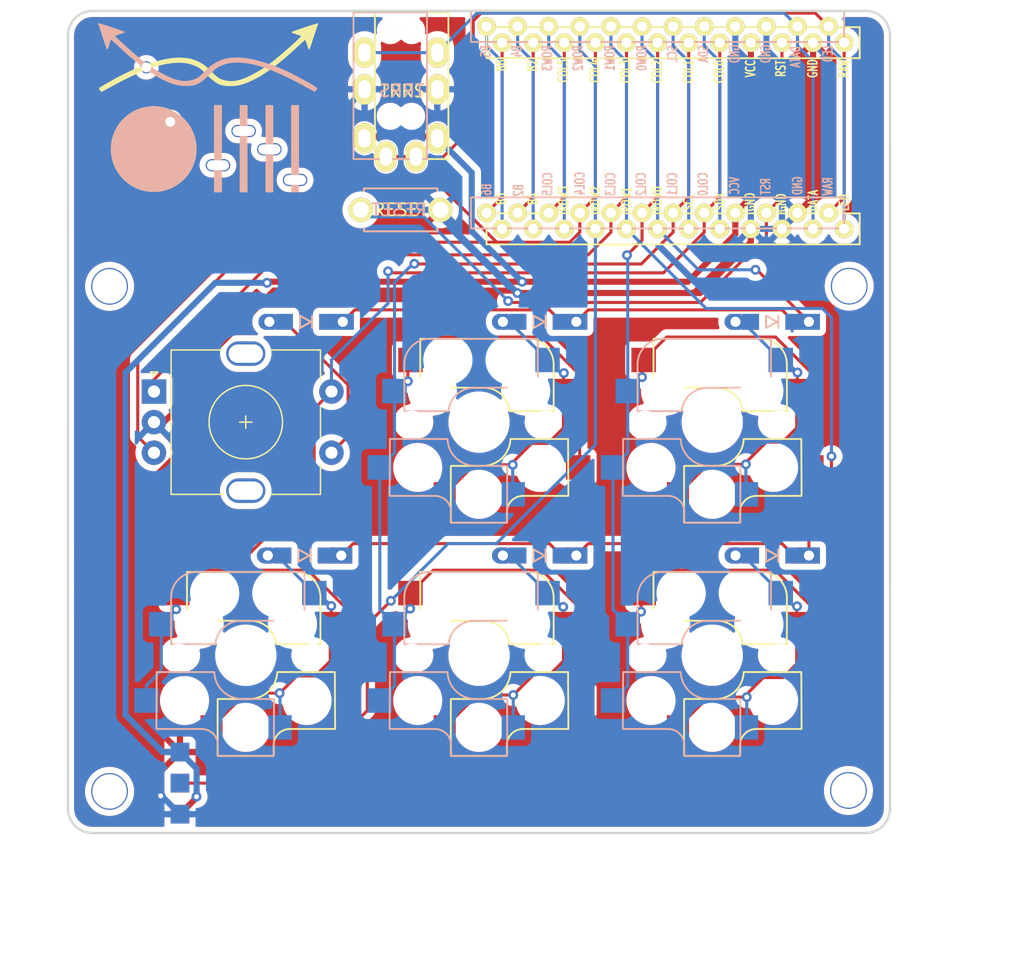
<source format=kicad_pcb>
(kicad_pcb (version 20211014) (generator pcbnew)
  (title_block (title "Seekbar Control Keyboard") (date "2023-12-14"))
  (layers (0 "F.Cu" signal) (31 "B.Cu" signal) (34 "B.Paste" user) (35 "F.Paste" user) (36 "B.SilkS" user "B.Silkscreen") (37 "F.SilkS" user "F.Silkscreen") (38 "B.Mask" user) (39 "F.Mask" user) (44 "Edge.Cuts" user))
  (net 0 "")
  (net 1 "row-0")
  (net 2 "Net-(D1-Pad2)")
  (net 3 "row-1")
  (net 4 "Net-(D2-Pad2)")
  (net 5 "Net-(D3-Pad2)")
  (net 6 "Net-(D4-Pad2)")
  (net 7 "Net-(D5-Pad2)")
  (net 8 "Net-(D6-Pad2)")
  (net 9 "VCC")
  (net 10 "data-TX")
  (net 11 "data-RX")
  (net 12 "GND")
  (net 13 "led-Din")
  (net 14 "col-0")
  (net 15 "rotary-A")
  (net 16 "rotary-B")
  (net 17 "col-1")
  (net 18 "reset")
  (net 19 "col-2")
  (net 20 "unconnected-(U1-Pad24)")
  (net 21 "unconnected-(U1-Pad15)")
  (net 22 "unconnected-(U1-Pad14)")
  (net 23 "unconnected-(U1-Pad13)")
  (net 24 "unconnected-(U1-Pad12)")
  (net 25 "unconnected-(U1-Pad11)")
  (net 26 "unconnected-(U1-Pad10)")
  (net 27 "unconnected-(U1-Pad6)")
  (net 28 "unconnected-(U1-Pad5)")
  (footprint "kbd.pretty:M2_HOLE" (layer "F.Cu") (at 93.445504 98.604499)
    (fp_text reference "REF**" hide)
    (fp_text value "M2_HOLE" hide)
  )
  (footprint "parts:D3_TH_SMD_v3" (layer "F.Cu") (at 87.157504 101.519499 180)
    (fp_text reference "D5" hide)
    (fp_text value "D" hide)
  )
  (footprint "kbd.pretty:MJ-4PP-9" (layer "F.Cu") (at 57.707504 76.219499)
    (fp_text reference "J1")
    (fp_text value "MJ-4PP-9" hide)
  )
  (footprint "kbd.pretty:ResetSW" (layer "F.Cu") (at 56.807504 92.369499 180)
    (fp_text reference "SW5" hide)
    (fp_text value "RESET_SW")
  )
  (footprint "parts:D3_TH_SMD_v3" (layer "F.Cu") (at 68.157504 120.619499 180)
    (fp_text reference "D4" hide)
    (fp_text value "D" hide)
  )
  (footprint "kbd.pretty:CherryMX_Choc_Hotswap" (layer "F.Cu") (at 63.207504 109.719499)
    (fp_text reference "SW3" hide)
    (fp_text value "SW_PUSH" hide)
  )
  (footprint "parts:D3_TH_SMD_v3" (layer "F.Cu") (at 87.157504 120.619499 180)
    (fp_text reference "D6" hide)
    (fp_text value "D" hide)
  )
  (footprint "parts:D3_TH_SMD_v3" (layer "F.Cu") (at 48.957504 120.619499 180)
    (fp_text reference "D2" hide)
    (fp_text value "D" hide)
  )
  (footprint "kbd.pretty:CherryMX_Choc_Hotswap" (layer "F.Cu") (at 82.257504 128.769499)
    (fp_text reference "SW7" hide)
    (fp_text value "SW_PUSH" hide)
  )
  (footprint "kbd.pretty:ProMicro_v2" (layer "F.Cu") (at 78.557504 86.269499 -90)
    (fp_text reference "U1" hide)
    (fp_text value "ProMicro" hide)
  )
  (footprint "kbd.pretty:CherryMX_Choc_Hotswap" (layer "F.Cu") (at 82.257504 109.719499)
    (fp_text reference "SW6" hide)
    (fp_text value "SW_PUSH" hide)
  )
  (footprint "kbd.pretty:M2_HOLE" (layer "F.Cu") (at 33.033004 139.896001)
    (fp_text reference "REF**" hide)
    (fp_text value "M2_HOLE" hide)
  )
  (footprint "parts:D3_TH_SMD_v3" (layer "F.Cu") (at 68.157504 101.519499 180)
    (fp_text reference "D3" hide)
    (fp_text value "D" hide)
  )
  (footprint "kbd.pretty:CherryMX_Choc_Hotswap" (layer "F.Cu") (at 44.157504 128.769499)
    (fp_text reference "SW1" hide)
    (fp_text value "SW_PUSH" hide)
  )
  (footprint "kbd.pretty:M2_HOLE" (layer "F.Cu") (at 93.384004 139.819499)
    (fp_text reference "REF**" hide)
    (fp_text value "M2_HOLE" hide)
  )
  (footprint "kbd.pretty:StripLED_rev" (layer "F.Cu") (at 38.784004 136.679499)
    (fp_text reference "J2" hide)
    (fp_text value "LED" hide)
  )
  (footprint "logo.pretty:SCK-logo" (layer "F.Cu") (at 41.034071 83.874503)
    (fp_text reference "REF**" hide)
    (fp_text value "SCK-logo" hide)
  )
  (footprint "kbd.pretty:CherryMX_Choc_Hotswap" (layer "F.Cu") (at 63.207504 128.769499)
    (fp_text reference "SW4" hide)
    (fp_text value "SW_PUSH" hide)
  )
  (footprint "parts:D3_TH_SMD_v3" (layer "F.Cu") (at 49.082504 101.519499 180)
    (fp_text reference "D1" hide)
    (fp_text value "D" hide)
  )
  (footprint "Keebio-Parts.pretty:RotaryEncoder_EC11" (layer "F.Cu") (at 44.157504 109.719499)
    (fp_text reference "SW2")
    (fp_text value "RotaryEncoder_Switch")
  )
  (footprint "kbd.pretty:M2_HOLE" (layer "F.Cu") (at 33.033004 98.619499)
    (fp_text reference "REF**" hide)
    (fp_text value "M2_HOLE" hide)
  )
  (gr_line (start 30.454504 76.488497) (end 30.454504 76.488497) (layer "Edge.Cuts") (width 0.188976))
  (gr_line (start 95.399501 143.196493) (end 95.399501 143.196493) (layer "Edge.Cuts") (width 0.188976))
  (gr_line (start 30.722504 76.324497) (end 30.864504 76.259497) (layer "Edge.Cuts") (width 0.188976))
  (gr_line (start 30.011504 142.469496) (end 29.924504 142.338499) (layer "Edge.Cuts") (width 0.188976))
  (gr_line (start 96.079501 142.814497) (end 96.079501 142.814497) (layer "Edge.Cuts") (width 0.188976))
  (gr_line (start 31.473504 143.287497) (end 31.317504 143.269499) (layer "Edge.Cuts") (width 0.188976))
  (gr_line (start 95.956507 142.912497) (end 95.956507 142.912497) (layer "Edge.Cuts") (width 0.188976))
  (gr_line (start 31.163504 76.162497) (end 31.317504 76.131497) (layer "Edge.Cuts") (width 0.188976))
  (gr_line (start 96.756503 77.794497) (end 96.756503 77.794497) (layer "Edge.Cuts") (width 0.188976))
  (gr_line (start 31.163504 143.238501) (end 31.011504 143.196493) (layer "Edge.Cuts") (width 0.188976))
  (gr_line (start 29.727504 77.488497) (end 29.782504 77.341497) (layer "Edge.Cuts") (width 0.188976))
  (gr_line (start 96.780505 78.107497) (end 96.781504 141.294501) (layer "Edge.Cuts") (width 0.188976))
  (gr_line (start 95.546504 76.259497) (end 95.546504 76.259497) (layer "Edge.Cuts") (width 0.188976))
  (gr_line (start 96.781504 141.294501) (end 96.774501 141.450499) (layer "Edge.Cuts") (width 0.188976))
  (gr_line (start 31.163504 76.162497) (end 31.163504 76.162497) (layer "Edge.Cuts") (width 0.188976))
  (gr_line (start 31.011504 143.196493) (end 30.864504 143.141501) (layer "Edge.Cuts") (width 0.188976))
  (gr_line (start 96.725505 141.760496) (end 96.725505 141.760496) (layer "Edge.Cuts") (width 0.188976))
  (gr_line (start 96.301501 76.808497) (end 96.301501 76.808497) (layer "Edge.Cuts") (width 0.188976))
  (gr_line (start 29.629504 141.294501) (end 29.629504 141.294501) (layer "Edge.Cuts") (width 0.188976))
  (gr_line (start 29.630504 78.107497) (end 29.630504 78.107497) (layer "Edge.Cuts") (width 0.188976))
  (gr_line (start 29.847504 77.199497) (end 29.847504 77.199497) (layer "Edge.Cuts") (width 0.188976))
  (gr_line (start 29.654504 77.794497) (end 29.654504 77.794497) (layer "Edge.Cuts") (width 0.188976))
  (gr_line (start 29.847504 77.199497) (end 29.924504 77.062497) (layer "Edge.Cuts") (width 0.188976))
  (gr_line (start 94.937503 143.287497) (end 94.937503 143.287497) (layer "Edge.Cuts") (width 0.188976))
  (gr_line (start 95.2475 76.162497) (end 95.399501 76.204497) (layer "Edge.Cuts") (width 0.188976))
  (gr_line (start 29.636504 141.450499) (end 29.629504 141.294501) (layer "Edge.Cuts") (width 0.188976))
  (gr_line (start 29.685504 141.760496) (end 29.685504 141.760496) (layer "Edge.Cuts") (width 0.188976))
  (gr_line (start 96.195506 142.708494) (end 96.079501 142.814497) (layer "Edge.Cuts") (width 0.188976))
  (gr_line (start 31.473504 143.287497) (end 31.473504 143.287497) (layer "Edge.Cuts") (width 0.188976))
  (gr_line (start 30.011504 76.931497) (end 30.011504 76.931497) (layer "Edge.Cuts") (width 0.188976))
  (gr_line (start 30.011504 142.469496) (end 30.011504 142.469496) (layer "Edge.Cuts") (width 0.188976))
  (gr_line (start 29.782504 142.0595) (end 29.782504 142.0595) (layer "Edge.Cuts") (width 0.188976))
  (gr_line (start 31.317504 143.269499) (end 31.317504 143.269499) (layer "Edge.Cuts") (width 0.188976))
  (gr_line (start 30.331504 142.814497) (end 30.331504 142.814497) (layer "Edge.Cuts") (width 0.188976))
  (gr_line (start 31.011504 76.204497) (end 31.163504 76.162497) (layer "Edge.Cuts") (width 0.188976))
  (gr_line (start 96.628505 77.341497) (end 96.683505 77.488497) (layer "Edge.Cuts") (width 0.188976))
  (gr_line (start 30.215504 142.708494) (end 30.215504 142.708494) (layer "Edge.Cuts") (width 0.188976))
  (gr_line (start 95.2475 143.238501) (end 95.093501 143.269499) (layer "Edge.Cuts") (width 0.188976))
  (gr_line (start 29.847504 142.201498) (end 29.782504 142.0595) (layer "Edge.Cuts") (width 0.188976))
  (gr_line (start 29.654504 141.606497) (end 29.636504 141.450499) (layer "Edge.Cuts") (width 0.188976))
  (gr_line (start 96.683505 77.488497) (end 96.725505 77.640497) (layer "Edge.Cuts") (width 0.188976))
  (gr_line (start 96.486506 142.338499) (end 96.486506 142.338499) (layer "Edge.Cuts") (width 0.188976))
  (gr_line (start 96.683505 77.488497) (end 96.683505 77.488497) (layer "Edge.Cuts") (width 0.188976))
  (gr_line (start 30.864504 143.141501) (end 30.722504 143.076498) (layer "Edge.Cuts") (width 0.188976))
  (gr_line (start 95.399501 76.204497) (end 95.546504 76.259497) (layer "Edge.Cuts") (width 0.188976))
  (gr_line (start 30.331504 142.814497) (end 30.215504 142.708494) (layer "Edge.Cuts") (width 0.188976))
  (gr_line (start 96.683505 141.912497) (end 96.628505 142.0595) (layer "Edge.Cuts") (width 0.188976))
  (gr_line (start 30.585504 142.999495) (end 30.454504 142.912497) (layer "Edge.Cuts") (width 0.188976))
  (gr_line (start 96.628505 142.0595) (end 96.563502 142.201498) (layer "Edge.Cuts") (width 0.188976))
  (gr_line (start 96.399501 76.931497) (end 96.399501 76.931497) (layer "Edge.Cuts") (width 0.188976))
  (gr_line (start 96.628505 142.0595) (end 96.628505 142.0595) (layer "Edge.Cuts") (width 0.188976))
  (gr_line (start 95.546504 143.141501) (end 95.399501 143.196493) (layer "Edge.Cuts") (width 0.188976))
  (gr_line (start 30.109504 76.808497) (end 30.215504 76.692497) (layer "Edge.Cuts") (width 0.188976))
  (gr_line (start 30.454504 76.488497) (end 30.585504 76.401497) (layer "Edge.Cuts") (width 0.188976))
  (gr_line (start 31.630504 143.294501) (end 31.630504 143.294501) (layer "Edge.Cuts") (width 0.188976))
  (gr_line (start 95.2475 143.238501) (end 95.2475 143.238501) (layer "Edge.Cuts") (width 0.188976))
  (gr_line (start 96.628505 77.341497) (end 96.628505 77.341497) (layer "Edge.Cuts") (width 0.188976))
  (gr_line (start 96.774501 77.950497) (end 96.780505 78.107497) (layer "Edge.Cuts") (width 0.188976))
  (gr_line (start 29.782504 77.341497) (end 29.847504 77.199497) (layer "Edge.Cuts") (width 0.188976))
  (gr_line (start 31.163504 143.238501) (end 31.163504 143.238501) (layer "Edge.Cuts") (width 0.188976))
  (gr_line (start 95.825503 76.401497) (end 95.956507 76.488497) (layer "Edge.Cuts") (width 0.188976))
  (gr_line (start 95.546504 143.141501) (end 95.546504 143.141501) (layer "Edge.Cuts") (width 0.188976))
  (gr_line (start 96.780505 78.107497) (end 96.780505 78.107497) (layer "Edge.Cuts") (width 0.188976))
  (gr_line (start 31.011504 76.204497) (end 31.011504 76.204497) (layer "Edge.Cuts") (width 0.188976))
  (gr_line (start 29.924504 142.338499) (end 29.847504 142.201498) (layer "Edge.Cuts") (width 0.188976))
  (gr_line (start 30.109504 142.592497) (end 30.011504 142.469496) (layer "Edge.Cuts") (width 0.188976))
  (gr_line (start 95.093501 76.131497) (end 95.2475 76.162497) (layer "Edge.Cuts") (width 0.188976))
  (gr_line (start 95.956507 142.912497) (end 95.825503 142.999495) (layer "Edge.Cuts") (width 0.188976))
  (gr_line (start 29.629504 141.294501) (end 29.630504 78.107497) (layer "Edge.Cuts") (width 0.188976))
  (gr_line (start 96.774501 141.450499) (end 96.756503 141.606497) (layer "Edge.Cuts") (width 0.188976))
  (gr_line (start 96.399501 76.931497) (end 96.486506 77.062497) (layer "Edge.Cuts") (width 0.188976))
  (gr_line (start 30.864504 143.141501) (end 30.864504 143.141501) (layer "Edge.Cuts") (width 0.188976))
  (gr_line (start 96.195506 76.692497) (end 96.301501 76.808497) (layer "Edge.Cuts") (width 0.188976))
  (gr_line (start 31.630504 143.294501) (end 31.473504 143.287497) (layer "Edge.Cuts") (width 0.188976))
  (gr_line (start 29.782504 77.341497) (end 29.782504 77.341497) (layer "Edge.Cuts") (width 0.188976))
  (gr_line (start 29.636504 77.950497) (end 29.636504 77.950497) (layer "Edge.Cuts") (width 0.188976))
  (gr_line (start 29.924504 142.338499) (end 29.924504 142.338499) (layer "Edge.Cuts") (width 0.188976))
  (gr_line (start 30.864504 76.259497) (end 30.864504 76.259497) (layer "Edge.Cuts") (width 0.188976))
  (gr_line (start 95.956507 76.488497) (end 95.956507 76.488497) (layer "Edge.Cuts") (width 0.188976))
  (gr_line (start 30.722504 143.076498) (end 30.722504 143.076498) (layer "Edge.Cuts") (width 0.188976))
  (gr_line (start 96.756503 77.794497) (end 96.774501 77.950497) (layer "Edge.Cuts") (width 0.188976))
  (gr_line (start 29.654504 141.606497) (end 29.654504 141.606497) (layer "Edge.Cuts") (width 0.188976))
  (gr_line (start 29.636504 77.950497) (end 29.654504 77.794497) (layer "Edge.Cuts") (width 0.188976))
  (gr_line (start 29.727504 77.488497) (end 29.727504 77.488497) (layer "Edge.Cuts") (width 0.188976))
  (gr_line (start 96.774501 141.450499) (end 96.774501 141.450499) (layer "Edge.Cuts") (width 0.188976))
  (gr_line (start 30.722504 76.324497) (end 30.722504 76.324497) (layer "Edge.Cuts") (width 0.188976))
  (gr_line (start 96.756503 141.606497) (end 96.725505 141.760496) (layer "Edge.Cuts") (width 0.188976))
  (gr_line (start 29.685504 77.640497) (end 29.685504 77.640497) (layer "Edge.Cuts") (width 0.188976))
  (gr_line (start 30.109504 76.808497) (end 30.109504 76.808497) (layer "Edge.Cuts") (width 0.188976))
  (gr_line (start 94.781504 143.293493) (end 94.781504 143.293493) (layer "Edge.Cuts") (width 0.188976))
  (gr_line (start 96.725505 77.640497) (end 96.725505 77.640497) (layer "Edge.Cuts") (width 0.188976))
  (gr_line (start 29.727504 141.912497) (end 29.727504 141.912497) (layer "Edge.Cuts") (width 0.188976))
  (gr_line (start 29.782504 142.0595) (end 29.727504 141.912497) (layer "Edge.Cuts") (width 0.188976))
  (gr_line (start 96.301501 142.592497) (end 96.301501 142.592497) (layer "Edge.Cuts") (width 0.188976))
  (gr_line (start 96.756503 141.606497) (end 96.756503 141.606497) (layer "Edge.Cuts") (width 0.188976))
  (gr_line (start 95.688502 76.324497) (end 95.825503 76.401497) (layer "Edge.Cuts") (width 0.188976))
  (gr_line (start 30.722504 143.076498) (end 30.585504 142.999495) (layer "Edge.Cuts") (width 0.188976))
  (gr_line (start 94.937503 76.113497) (end 94.937503 76.113497) (layer "Edge.Cuts") (width 0.188976))
  (gr_line (start 29.924504 77.062497) (end 30.011504 76.931497) (layer "Edge.Cuts") (width 0.188976))
  (gr_line (start 96.563502 142.201498) (end 96.563502 142.201498) (layer "Edge.Cuts") (width 0.188976))
  (gr_line (start 95.093501 143.269499) (end 95.093501 143.269499) (layer "Edge.Cuts") (width 0.188976))
  (gr_line (start 96.725505 77.640497) (end 96.756503 77.794497) (layer "Edge.Cuts") (width 0.188976))
  (gr_line (start 30.215504 76.692497) (end 30.331504 76.586497) (layer "Edge.Cuts") (width 0.188976))
  (gr_line (start 30.331504 76.586497) (end 30.454504 76.488497) (layer "Edge.Cuts") (width 0.188976))
  (gr_line (start 30.215504 142.708494) (end 30.109504 142.592497) (layer "Edge.Cuts") (width 0.188976))
  (gr_line (start 31.317504 143.269499) (end 31.163504 143.238501) (layer "Edge.Cuts") (width 0.188976))
  (gr_line (start 95.688502 143.076498) (end 95.688502 143.076498) (layer "Edge.Cuts") (width 0.188976))
  (gr_line (start 96.683505 141.912497) (end 96.683505 141.912497) (layer "Edge.Cuts") (width 0.188976))
  (gr_line (start 96.079501 142.814497) (end 95.956507 142.912497) (layer "Edge.Cuts") (width 0.188976))
  (gr_line (start 96.486506 77.062497) (end 96.486506 77.062497) (layer "Edge.Cuts") (width 0.188976))
  (gr_line (start 94.937503 76.113497) (end 95.093501 76.131497) (layer "Edge.Cuts") (width 0.188976))
  (gr_line (start 31.473504 76.113497) (end 31.630504 76.106497) (layer "Edge.Cuts") (width 0.188976))
  (gr_line (start 31.011504 143.196493) (end 31.011504 143.196493) (layer "Edge.Cuts") (width 0.188976))
  (gr_line (start 96.301501 142.592497) (end 96.195506 142.708494) (layer "Edge.Cuts") (width 0.188976))
  (gr_line (start 31.317504 76.131497) (end 31.317504 76.131497) (layer "Edge.Cuts") (width 0.188976))
  (gr_line (start 30.864504 76.259497) (end 31.011504 76.204497) (layer "Edge.Cuts") (width 0.188976))
  (gr_line (start 94.781504 76.107497) (end 94.937503 76.113497) (layer "Edge.Cuts") (width 0.188976))
  (gr_line (start 29.630504 78.107497) (end 29.636504 77.950497) (layer "Edge.Cuts") (width 0.188976))
  (gr_line (start 94.937503 143.287497) (end 94.781504 143.293493) (layer "Edge.Cuts") (width 0.188976))
  (gr_line (start 96.399501 142.469496) (end 96.399501 142.469496) (layer "Edge.Cuts") (width 0.188976))
  (gr_line (start 96.774501 77.950497) (end 96.774501 77.950497) (layer "Edge.Cuts") (width 0.188976))
  (gr_line (start 95.688502 76.324497) (end 95.688502 76.324497) (layer "Edge.Cuts") (width 0.188976))
  (gr_line (start 96.563502 77.199497) (end 96.563502 77.199497) (layer "Edge.Cuts") (width 0.188976))
  (gr_line (start 30.109504 142.592497) (end 30.109504 142.592497) (layer "Edge.Cuts") (width 0.188976))
  (gr_line (start 31.630504 76.106497) (end 31.630504 76.106497) (layer "Edge.Cuts") (width 0.188976))
  (gr_line (start 95.688502 143.076498) (end 95.546504 143.141501) (layer "Edge.Cuts") (width 0.188976))
  (gr_line (start 96.725505 141.760496) (end 96.683505 141.912497) (layer "Edge.Cuts") (width 0.188976))
  (gr_line (start 96.301501 76.808497) (end 96.399501 76.931497) (layer "Edge.Cuts") (width 0.188976))
  (gr_line (start 29.924504 77.062497) (end 29.924504 77.062497) (layer "Edge.Cuts") (width 0.188976))
  (gr_line (start 30.215504 76.692497) (end 30.215504 76.692497) (layer "Edge.Cuts") (width 0.188976))
  (gr_line (start 30.585504 142.999495) (end 30.585504 142.999495) (layer "Edge.Cuts") (width 0.188976))
  (gr_line (start 29.847504 142.201498) (end 29.847504 142.201498) (layer "Edge.Cuts") (width 0.188976))
  (gr_line (start 30.454504 142.912497) (end 30.331504 142.814497) (layer "Edge.Cuts") (width 0.188976))
  (gr_line (start 30.585504 76.401497) (end 30.722504 76.324497) (layer "Edge.Cuts") (width 0.188976))
  (gr_line (start 95.825503 142.999495) (end 95.825503 142.999495) (layer "Edge.Cuts") (width 0.188976))
  (gr_line (start 95.956507 76.488497) (end 96.079501 76.586497) (layer "Edge.Cuts") (width 0.188976))
  (gr_line (start 96.781504 141.294501) (end 96.781504 141.294501) (layer "Edge.Cuts") (width 0.188976))
  (gr_line (start 31.473504 76.113497) (end 31.473504 76.113497) (layer "Edge.Cuts") (width 0.188976))
  (gr_line (start 96.486506 77.062497) (end 96.563502 77.199497) (layer "Edge.Cuts") (width 0.188976))
  (gr_line (start 96.079501 76.586497) (end 96.195506 76.692497) (layer "Edge.Cuts") (width 0.188976))
  (gr_line (start 29.685504 141.760496) (end 29.654504 141.606497) (layer "Edge.Cuts") (width 0.188976))
  (gr_line (start 29.727504 141.912497) (end 29.685504 141.760496) (layer "Edge.Cuts") (width 0.188976))
  (gr_line (start 29.685504 77.640497) (end 29.727504 77.488497) (layer "Edge.Cuts") (width 0.188976))
  (gr_line (start 95.546504 76.259497) (end 95.688502 76.324497) (layer "Edge.Cuts") (width 0.188976))
  (gr_line (start 30.454504 142.912497) (end 30.454504 142.912497) (layer "Edge.Cuts") (width 0.188976))
  (gr_line (start 95.399501 143.196493) (end 95.2475 143.238501) (layer "Edge.Cuts") (width 0.188976))
  (gr_line (start 96.195506 142.708494) (end 96.195506 142.708494) (layer "Edge.Cuts") (width 0.188976))
  (gr_line (start 31.317504 76.131497) (end 31.473504 76.113497) (layer "Edge.Cuts") (width 0.188976))
  (gr_line (start 95.093501 143.269499) (end 94.937503 143.287497) (layer "Edge.Cuts") (width 0.188976))
  (gr_line (start 94.781504 143.293493) (end 31.630504 143.294501) (layer "Edge.Cuts") (width 0.188976))
  (gr_line (start 96.399501 142.469496) (end 96.301501 142.592497) (layer "Edge.Cuts") (width 0.188976))
  (gr_line (start 95.093501 76.131497) (end 95.093501 76.131497) (layer "Edge.Cuts") (width 0.188976))
  (gr_line (start 30.331504 76.586497) (end 30.331504 76.586497) (layer "Edge.Cuts") (width 0.188976))
  (gr_line (start 29.636504 141.450499) (end 29.636504 141.450499) (layer "Edge.Cuts") (width 0.188976))
  (gr_line (start 95.825503 76.401497) (end 95.825503 76.401497) (layer "Edge.Cuts") (width 0.188976))
  (gr_line (start 95.825503 142.999495) (end 95.688502 143.076498) (layer "Edge.Cuts") (width 0.188976))
  (gr_line (start 95.2475 76.162497) (end 95.2475 76.162497) (layer "Edge.Cuts") (width 0.188976))
  (gr_line (start 30.585504 76.401497) (end 30.585504 76.401497) (layer "Edge.Cuts") (width 0.188976))
  (gr_line (start 29.654504 77.794497) (end 29.685504 77.640497) (layer "Edge.Cuts") (width 0.188976))
  (gr_line (start 30.011504 76.931497) (end 30.109504 76.808497) (layer "Edge.Cuts") (width 0.188976))
  (gr_line (start 96.563502 77.199497) (end 96.628505 77.341497) (layer "Edge.Cuts") (width 0.188976))
  (gr_line (start 96.195506 76.692497) (end 96.195506 76.692497) (layer "Edge.Cuts") (width 0.188976))
  (gr_line (start 96.486506 142.338499) (end 96.399501 142.469496) (layer "Edge.Cuts") (width 0.188976))
  (gr_line (start 96.563502 142.201498) (end 96.486506 142.338499) (layer "Edge.Cuts") (width 0.188976))
  (gr_line (start 96.079501 76.586497) (end 96.079501 76.586497) (layer "Edge.Cuts") (width 0.188976))
  (gr_line (start 95.399501 76.204497) (end 95.399501 76.204497) (layer "Edge.Cuts") (width 0.188976))
  (gr_line (start 31.630504 76.106497) (end 94.781504 76.107497) (layer "Edge.Cuts") (width 0.188976))
  (segment (start 69.932504 101.519499) (end 68.957993 100.544988) (width 0.25) (layer "F.Cu") (net 1))
  (segment (start 53.057015 100.544988) (end 52.082504 101.519499) (width 0.25) (layer "F.Cu") (net 1))
  (segment (start 72.132024 100.544979) (end 71.157504 101.519499) (width 0.25) (layer "F.Cu") (net 1))
  (segment (start 85.787504 97.269499) (end 85.837504 97.319499) (width 0.25) (layer "F.Cu") (net 1))
  (segment (start 88.932504 101.519499) (end 87.957984 100.544979) (width 0.25) (layer "F.Cu") (net 1))
  (segment (start 71.157504 101.519499) (end 69.932504 101.519499) (width 0.25) (layer "F.Cu") (net 1))
  (segment (start 90.157504 101.519499) (end 88.932504 101.519499) (width 0.25) (layer "F.Cu") (net 1))
  (segment (start 85.837504 97.319499) (end 85.957504 97.319499) (width 0.25) (layer "F.Cu") (net 1))
  (segment (start 85.957504 97.319499) (end 90.157504 101.519499) (width 0.25) (layer "F.Cu") (net 1))
  (segment (start 68.957993 100.544988) (end 53.057015 100.544988) (width 0.25) (layer "F.Cu") (net 1))
  (segment (start 87.957984 100.544979) (end 72.132024 100.544979) (width 0.25) (layer "F.Cu") (net 1))
  (segment (start 52.082504 101.519499) (end 50.857504 101.519499) (width 0.25) (layer "F.Cu") (net 1))
  (via (at 85.787504 97.269499) (size 0.8) (drill 0.4) (layers "F.Cu" "B.Cu") (net 1))
  (segment (start 77.795504 93.925899) (end 77.795504 80.242459) (width 0.25) (layer "B.Cu") (net 1))
  (segment (start 81.139104 97.269499) (end 77.795504 93.925899) (width 0.25) (layer "B.Cu") (net 1))
  (segment (start 76.525504 78.972459) (end 76.525504 77.379499) (width 0.25) (layer "B.Cu") (net 1))
  (segment (start 77.795504 80.242459) (end 76.525504 78.972459) (width 0.25) (layer "B.Cu") (net 1))
  (segment (start 88.784004 102.281259) (end 88.784004 102.219499) (width 0.25) (layer "B.Cu") (net 1))
  (segment (start 85.787504 97.269499) (end 81.139104 97.269499) (width 0.25) (layer "B.Cu") (net 1))
  (segment (start 52.514004 110.862999) (end 51.157504 112.219499) (width 0.25) (layer "F.Cu") (net 2))
  (segment (start 47.357504 101.519499) (end 52.514004 106.675999) (width 0.25) (layer "F.Cu") (net 2))
  (segment (start 52.514004 106.675999) (end 52.514004 110.862999) (width 0.25) (layer "F.Cu") (net 2))
  (segment (start 47.307504 101.519499) (end 47.357504 101.519499) (width 0.25) (layer "F.Cu") (net 2))
  (segment (start 46.637504 101.519499) (end 46.082504 101.519499) (width 0.25) (layer "B.Cu") (net 2))
  (segment (start 91.997504 112.509499) (end 91.997504 114.428521) (width 0.25) (layer "F.Cu") (net 3))
  (segment (start 69.932504 120.619499) (end 68.957993 119.644988) (width 0.25) (layer "F.Cu") (net 3))
  (segment (start 72.132024 119.644979) (end 71.157504 120.619499) (width 0.25) (layer "F.Cu") (net 3))
  (segment (start 91.997504 114.428521) (end 90.157504 116.268521) (width 0.25) (layer "F.Cu") (net 3))
  (segment (start 68.957993 119.644988) (end 52.932015 119.644988) (width 0.25) (layer "F.Cu") (net 3))
  (segment (start 87.957984 119.644979) (end 72.132024 119.644979) (width 0.25) (layer "F.Cu") (net 3))
  (segment (start 52.932015 119.644988) (end 51.957504 120.619499) (width 0.25) (layer "F.Cu") (net 3))
  (segment (start 88.932504 120.619499) (end 87.957984 119.644979) (width 0.25) (layer "F.Cu") (net 3))
  (segment (start 50.732504 120.619499) (end 51.957504 120.619499) (width 0.25) (layer "F.Cu") (net 3))
  (segment (start 90.157504 116.268521) (end 90.157504 120.619499) (width 0.25) (layer "F.Cu") (net 3))
  (via (at 91.997504 112.509499) (size 0.8) (drill 0.4) (layers "F.Cu" "B.Cu") (net 3))
  (segment (start 91.255037 100.42901) (end 91.997504 101.171477) (width 0.25) (layer "B.Cu") (net 3))
  (segment (start 73.985504 78.972459) (end 73.985504 77.379499) (width 0.25) (layer "B.Cu") (net 3))
  (segment (start 81.758615 100.42901) (end 91.255037 100.42901) (width 0.25) (layer "B.Cu") (net 3))
  (segment (start 75.255504 93.925899) (end 75.255504 80.242459) (width 0.25) (layer "B.Cu") (net 3))
  (segment (start 75.255504 93.925899) (end 81.758615 100.42901) (width 0.25) (layer "B.Cu") (net 3))
  (segment (start 75.255504 80.242459) (end 73.985504 78.972459) (width 0.25) (layer "B.Cu") (net 3))
  (segment (start 91.997504 112.509499) (end 91.995493 112.507488) (width 0.25) (layer "B.Cu") (net 3))
  (segment (start 91.997504 101.171477) (end 91.997504 112.509499) (width 0.25) (layer "B.Cu") (net 3))
  (segment (start 51.141705 126.145298) (end 51.057504 126.229499) (width 0.25) (layer "F.Cu") (net 4))
  (segment (start 51.141705 124.741798) (end 51.141705 126.145298) (width 0.25) (layer "F.Cu") (net 4))
  (segment (start 41.357504 134.669499) (end 44.160194 131.866809) (width 0.25) (layer "F.Cu") (net 4))
  (segment (start 44.160194 131.866809) (end 46.922697 131.866809) (width 0.25) (layer "F.Cu") (net 4))
  (segment (start 51.057504 126.229499) (end 51.057504 129.242656) (width 0.25) (layer "F.Cu") (net 4))
  (segment (start 51.057504 129.242656) (end 49.840661 130.459499) (width 0.25) (layer "F.Cu") (net 4))
  (segment (start 49.840661 130.459499) (end 48.330007 130.459499) (width 0.25) (layer "F.Cu") (net 4))
  (segment (start 48.330007 130.459499) (end 46.922697 131.866809) (width 0.25) (layer "F.Cu") (net 4))
  (via (at 46.922697 131.866809) (size 0.8) (drill 0.4) (layers "F.Cu" "B.Cu") (net 4))
  (via (at 51.141705 124.741798) (size 0.8) (drill 0.4) (layers "F.Cu" "B.Cu") (net 4))
  (segment (start 46.957504 131.901616) (end 46.957504 134.669499) (width 0.25) (layer "B.Cu") (net 4))
  (segment (start 49.757504 123.689499) (end 50.089406 123.689499) (width 0.25) (layer "B.Cu") (net 4))
  (segment (start 50.089406 123.689499) (end 51.141705 124.741798) (width 0.25) (layer "B.Cu") (net 4))
  (segment (start 46.687504 120.619499) (end 49.757504 123.689499) (width 0.25) (layer "B.Cu") (net 4))
  (segment (start 45.957504 120.619499) (end 46.827504 120.619499) (width 0.25) (layer "B.Cu") (net 4))
  (segment (start 46.922697 131.866809) (end 46.957504 131.901616) (width 0.25) (layer "B.Cu") (net 4))
  (segment (start 45.957504 120.619499) (end 46.687504 120.619499) (width 0.25) (layer "B.Cu") (net 4))
  (segment (start 65.962488 113.207222) (end 62.819781 113.207222) (width 0.25) (layer "F.Cu") (net 5))
  (segment (start 62.819781 113.207222) (end 60.407504 115.619499) (width 0.25) (layer "F.Cu") (net 5))
  (segment (start 70.107504 105.739499) (end 70.137504 105.709499) (width 0.25) (layer "F.Cu") (net 5))
  (segment (start 67.507504 111.459499) (end 65.962488 113.004515) (width 0.25) (layer "F.Cu") (net 5))
  (segment (start 68.840661 111.459499) (end 67.507504 111.459499) (width 0.25) (layer "F.Cu") (net 5))
  (segment (start 70.107504 107.179499) (end 70.107504 110.192656) (width 0.25) (layer "F.Cu") (net 5))
  (segment (start 70.107504 110.192656) (end 68.840661 111.459499) (width 0.25) (layer "F.Cu") (net 5))
  (segment (start 65.962488 113.004515) (end 65.962488 113.207222) (width 0.25) (layer "F.Cu") (net 5))
  (segment (start 70.107504 107.179499) (end 70.107504 105.739499) (width 0.25) (layer "F.Cu") (net 5))
  (via (at 70.137504 105.709499) (size 0.8) (drill 0.4) (layers "F.Cu" "B.Cu") (net 5))
  (via (at 65.962488 113.207222) (size 0.8) (drill 0.4) (layers "F.Cu" "B.Cu") (net 5))
  (segment (start 65.962488 115.574483) (end 66.007504 115.619499) (width 0.25) (layer "B.Cu") (net 5))
  (segment (start 65.687504 101.519499) (end 65.157504 101.519499) (width 0.25) (layer "B.Cu") (net 5))
  (segment (start 65.962488 113.207222) (end 65.962488 115.574483) (width 0.25) (layer "B.Cu") (net 5))
  (segment (start 70.137504 105.709499) (end 69.877504 105.709499) (width 0.25) (layer "B.Cu") (net 5))
  (segment (start 69.877504 105.709499) (end 68.807504 104.639499) (width 0.25) (layer "B.Cu") (net 5))
  (segment (start 68.807504 104.639499) (end 65.687504 101.519499) (width 0.25) (layer "B.Cu") (net 5))
  (segment (start 67.733433 130.292596) (end 66.006331 132.019698) (width 0.25) (layer "F.Cu") (net 6))
  (segment (start 69.057564 130.292596) (end 67.733433 130.292596) (width 0.25) (layer "F.Cu") (net 6))
  (segment (start 63.057305 132.019698) (end 60.407504 134.669499) (width 0.25) (layer "F.Cu") (net 6))
  (segment (start 70.107504 126.229499) (end 70.107504 124.839499) (width 0.25) (layer "F.Cu") (net 6))
  (segment (start 70.107504 129.242656) (end 69.057564 130.292596) (width 0.25) (layer "F.Cu") (net 6))
  (segment (start 66.006331 132.019698) (end 63.057305 132.019698) (width 0.25) (layer "F.Cu") (net 6))
  (segment (start 70.107504 126.229499) (end 70.107504 129.242656) (width 0.25) (layer "F.Cu") (net 6))
  (segment (start 70.107504 124.839499) (end 70.087504 124.819499) (width 0.25) (layer "F.Cu") (net 6))
  (via (at 70.087504 124.819499) (size 0.8) (drill 0.4) (layers "F.Cu" "B.Cu") (net 6))
  (via (at 66.006331 132.019698) (size 0.8) (drill 0.4) (layers "F.Cu" "B.Cu") (net 6))
  (segment (start 68.807504 123.689499) (end 65.737504 120.619499) (width 0.25) (layer "B.Cu") (net 6))
  (segment (start 66.006331 132.019698) (end 66.007504 132.020871) (width 0.25) (layer "B.Cu") (net 6))
  (segment (start 66.007504 132.020871) (end 66.007504 134.669499) (width 0.25) (layer "B.Cu") (net 6))
  (segment (start 70.087504 124.819499) (end 69.937504 124.819499) (width 0.25) (layer "B.Cu") (net 6))
  (segment (start 69.937504 124.819499) (end 68.807504 123.689499) (width 0.25) (layer "B.Cu") (net 6))
  (segment (start 65.737504 120.619499) (end 65.157504 120.619499) (width 0.25) (layer "B.Cu") (net 6))
  (segment (start 88.000661 111.349499) (end 86.67653 111.349499) (width 0.25) (layer "F.Cu") (net 7))
  (segment (start 89.157504 110.192656) (end 88.000661 111.349499) (width 0.25) (layer "F.Cu") (net 7))
  (segment (start 85.007504 113.018525) (end 85.007504 113.169499) (width 0.25) (layer "F.Cu") (net 7))
  (segment (start 89.217504 105.659499) (end 89.217504 107.119499) (width 0.25) (layer "F.Cu") (net 7))
  (segment (start 86.67653 111.349499) (end 85.007504 113.018525) (width 0.25) (layer "F.Cu") (net 7))
  (segment (start 85.007504 113.169499) (end 81.907504 113.169499) (width 0.25) (layer "F.Cu") (net 7))
  (segment (start 81.907504 113.169499) (end 79.457504 115.619499) (width 0.25) (layer "F.Cu") (net 7))
  (segment (start 89.217504 107.119499) (end 89.157504 107.179499) (width 0.25) (layer "F.Cu") (net 7))
  (segment (start 89.157504 107.179499) (end 89.157504 110.192656) (width 0.25) (layer "F.Cu") (net 7))
  (via (at 85.007504 113.169499) (size 0.8) (drill 0.4) (layers "F.Cu" "B.Cu") (net 7))
  (via (at 89.217504 105.659499) (size 0.8) (drill 0.4) (layers "F.Cu" "B.Cu") (net 7))
  (segment (start 87.857504 104.639499) (end 84.737504 101.519499) (width 0.25) (layer "B.Cu") (net 7))
  (segment (start 84.737504 101.519499) (end 84.157504 101.519499) (width 0.25) (layer "B.Cu") (net 7))
  (segment (start 85.007504 113.169499) (end 85.007504 115.569499) (width 0.25) (layer "B.Cu") (net 7))
  (segment (start 88.197504 104.639499) (end 89.217504 105.659499) (width 0.25) (layer "B.Cu") (net 7))
  (segment (start 85.007504 115.569499) (end 85.057504 115.619499) (width 0.25) (layer "B.Cu") (net 7))
  (segment (start 87.857504 104.639499) (end 88.197504 104.639499) (width 0.25) (layer "B.Cu") (net 7))
  (segment (start 81.937504 132.189499) (end 79.457504 134.669499) (width 0.25) (layer "F.Cu") (net 8))
  (segment (start 86.432025 130.594978) (end 85.077504 131.949499) (width 0.25) (layer "F.Cu") (net 8))
  (segment (start 89.157504 126.229499) (end 89.157504 129.471431) (width 0.25) (layer "F.Cu") (net 8))
  (segment (start 85.077504 132.189499) (end 81.937504 132.189499) (width 0.25) (layer "F.Cu") (net 8))
  (segment (start 89.157504 126.229499) (end 89.157504 124.799499) (width 0.25) (layer "F.Cu") (net 8))
  (segment (start 88.033957 130.594978) (end 86.432025 130.594978) (width 0.25) (layer "F.Cu") (net 8))
  (segment (start 89.157504 129.471431) (end 88.033957 130.594978) (width 0.25) (layer "F.Cu") (net 8))
  (segment (start 89.157504 124.799499) (end 89.187504 124.769499) (width 0.25) (layer "F.Cu") (net 8))
  (segment (start 85.077504 131.949499) (end 85.077504 132.189499) (width 0.25) (layer "F.Cu") (net 8))
  (via (at 85.077504 132.189499) (size 0.8) (drill 0.4) (layers "F.Cu" "B.Cu") (net 8))
  (via (at 89.187504 124.769499) (size 0.8) (drill 0.4) (layers "F.Cu" "B.Cu") (net 8))
  (segment (start 85.077504 134.649499) (end 85.057504 134.669499) (width 0.25) (layer "B.Cu") (net 8))
  (segment (start 87.857504 123.689499) (end 84.787504 120.619499) (width 0.25) (layer "B.Cu") (net 8))
  (segment (start 89.187504 124.769499) (end 88.937504 124.769499) (width 0.25) (layer "B.Cu") (net 8))
  (segment (start 88.937504 124.769499) (end 87.857504 123.689499) (width 0.25) (layer "B.Cu") (net 8))
  (segment (start 84.787504 120.619499) (end 84.157504 120.619499) (width 0.25) (layer "B.Cu") (net 8))
  (segment (start 85.077504 132.189499) (end 85.077504 134.649499) (width 0.25) (layer "B.Cu") (net 8))
  (segment (start 85.415504 78.705899) (end 85.415504 91.349499) (width 0.5) (layer "F.Cu") (net 9))
  (segment (start 40.134004 140.329499) (end 40.134004 140.409499) (width 0.5) (layer "F.Cu") (net 9))
  (segment (start 80.27074 98.243999) (end 66.727504 98.243999) (width 0.5) (layer "F.Cu") (net 9))
  (segment (start 84.145504 94.369235) (end 80.27074 98.243999) (width 0.5) (layer "F.Cu") (net 9))
  (segment (start 40.134004 140.409499) (end 38.784004 141.759499) (width 0.5) (layer "F.Cu") (net 9))
  (segment (start 54.007024 86.369979) (end 53.857504 86.519499) (width 0.5) (layer "F.Cu") (net 9))
  (segment (start 66.727504 98.243999) (end 45.977602 98.243999) (width 0.5) (layer "F.Cu") (net 9))
  (segment (start 59.807504 86.519499) (end 59.657984 86.369979) (width 0.5) (layer "F.Cu") (net 9))
  (segment (start 45.977602 98.243999) (end 45.893053 98.328548) (width 0.5) (layer "F.Cu") (net 9))
  (segment (start 85.415504 91.349499) (end 84.145504 92.619499) (width 0.5) (layer "F.Cu") (net 9))
  (segment (start 59.657984 86.369979) (end 54.007024 86.369979) (width 0.5) (layer "F.Cu") (net 9))
  (segment (start 84.145504 92.619499) (end 84.145504 94.369235) (width 0.5) (layer "F.Cu") (net 9))
  (via (at 66.727504 98.243999) (size 0.8) (drill 0.4) (layers "F.Cu" "B.Cu") (net 9))
  (via (at 45.893053 98.328548) (size 0.8) (drill 0.4) (layers "F.Cu" "B.Cu") (net 9))
  (via (at 40.134004 140.329499) (size 0.8) (drill 0.4) (layers "F.Cu" "B.Cu") (net 9))
  (segment (start 62.613993 94.130488) (end 62.613993 89.325988) (width 0.5) (layer "B.Cu") (net 9))
  (segment (start 66.727504 98.243999) (end 62.613993 94.130488) (width 0.5) (layer "B.Cu") (net 9))
  (segment (start 34.334004 133.645021) (end 37.368482 136.679499) (width 0.5) (layer "B.Cu") (net 9))
  (segment (start 45.893053 98.328548) (end 41.674955 98.328548) (width 0.5) (layer "B.Cu") (net 9))
  (segment (start 37.368482 136.679499) (end 38.784004 136.679499) (width 0.5) (layer "B.Cu") (net 9))
  (segment (start 40.145506 138.041001) (end 38.784004 136.679499) (width 0.5) (layer "B.Cu") (net 9))
  (segment (start 40.134004 140.329499) (end 40.145506 140.317997) (width 0.5) (layer "B.Cu") (net 9))
  (segment (start 62.613993 89.325988) (end 59.807504 86.519499) (width 0.5) (layer "B.Cu") (net 9))
  (segment (start 41.674955 98.328548) (end 34.334004 105.669499) (width 0.5) (layer "B.Cu") (net 9))
  (segment (start 34.334004 105.669499) (end 34.334004 133.645021) (width 0.5) (layer "B.Cu") (net 9))
  (segment (start 40.145506 140.317997) (end 40.145506 138.041001) (width 0.5) (layer "B.Cu") (net 9))
  (segment (start 62.738993 76.92945) (end 62.738993 85.578321) (width 0.25) (layer "F.Cu") (net 10))
  (segment (start 58.057504 88.019499) (end 55.607504 88.019499) (width 0.25) (layer "F.Cu") (net 10))
  (segment (start 91.765504 77.379499) (end 90.678993 76.292988) (width 0.25) (layer "F.Cu") (net 10))
  (segment (start 62.816474 76.851969) (end 62.707504 76.960939) (width 0.25) (layer "F.Cu") (net 10))
  (segment (start 58.082024 87.894019) (end 58.057504 87.918539) (width 0.25) (layer "F.Cu") (net 10))
  (segment (start 63.375455 76.292988) (end 62.816474 76.851969) (width 0.25) (layer "F.Cu") (net 10))
  (segment (start 62.816474 76.851969) (end 62.738993 76.92945) (width 0.25) (layer "F.Cu") (net 10))
  (segment (start 62.738993 85.578321) (end 60.273295 88.044019) (width 0.25) (layer "F.Cu") (net 10))
  (segment (start 90.678993 76.292988) (end 63.375455 76.292988) (width 0.25) (layer "F.Cu") (net 10))
  (segment (start 58.082024 88.044019) (end 58.057504 88.019499) (width 0.25) (layer "F.Cu") (net 10))
  (segment (start 58.057504 87.918539) (end 58.057504 88.019499) (width 0.25) (layer "F.Cu") (net 10))
  (segment (start 60.273295 88.044019) (end 58.082024 88.044019) (width 0.25) (layer "F.Cu") (net 10))
  (segment (start 91.765504 78.972459) (end 91.765504 77.379499) (width 0.25) (layer "B.Cu") (net 10))
  (segment (start 93.035504 80.242459) (end 91.765504 78.972459) (width 0.25) (layer "B.Cu") (net 10))
  (segment (start 93.035504 93.925899) (end 93.035504 80.242459) (width 0.25) (layer "B.Cu") (net 10))
  (segment (start 90.495504 93.925899) (end 90.495504 80.242459) (width 0.25) (layer "B.Cu") (net 11))
  (segment (start 90.495504 80.242459) (end 89.225504 78.972459) (width 0.25) (layer "B.Cu") (net 11))
  (segment (start 63.034015 76.292988) (end 59.807504 79.519499) (width 0.25) (layer "B.Cu") (net 11))
  (segment (start 59.807504 79.369499) (end 59.807504 79.519499) (width 0.25) (layer "B.Cu") (net 11))
  (segment (start 89.225504 78.972459) (end 89.225504 77.379499) (width 0.25) (layer "B.Cu") (net 11))
  (segment (start 89.225504 77.379499) (end 88.138993 76.292988) (width 0.25) (layer "B.Cu") (net 11))
  (segment (start 88.138993 76.292988) (end 63.034015 76.292988) (width 0.25) (layer "B.Cu") (net 11))
  (segment (start 59.807504 79.519499) (end 53.857504 79.519499) (width 0.25) (layer "B.Cu") (net 11))
  (segment (start 35.164004 133.059499) (end 35.164004 115.762918) (width 0.5) (layer "F.Cu") (net 12))
  (segment (start 90.495504 91.349499) (end 89.225504 92.619499) (width 0.5) (layer "F.Cu") (net 12))
  (segment (start 81.251615 99.167418) (end 66.34501 99.167418) (width 0.5) (layer "F.Cu") (net 12))
  (segment (start 37.204004 138.259499) (end 37.204004 140.259499) (width 0.5) (layer "F.Cu") (net 12))
  (segment (start 36.657504 109.719499) (end 37.464004 109.719499) (width 0.5) (layer "F.Cu") (net 12))
  (segment (start 90.495504 78.705899) (end 90.495504 91.349499) (width 0.5) (layer "F.Cu") (net 12))
  (segment (start 85.415504 95.003529) (end 81.251615 99.167418) (width 0.5) (layer "F.Cu") (net 12))
  (segment (start 85.415504 93.925899) (end 85.415504 95.003529) (width 0.5) (layer "F.Cu") (net 12))
  (segment (start 38.784004 136.679499) (end 37.204004 138.259499) (width 0.5) (layer "F.Cu") (net 12))
  (segment (start 37.464004 109.719499) (end 38.914004 108.269499) (width 0.5) (layer "F.Cu") (net 12))
  (segment (start 89.225504 92.655899) (end 87.955504 93.925899) (width 0.5) (layer "F.Cu") (net 12))
  (segment (start 38.914004 108.269499) (end 38.914004 106.508988) (width 0.5) (layer "F.Cu") (net 12))
  (segment (start 66.148569 98.970977) (end 46.452015 98.970977) (width 0.5) (layer "F.Cu") (net 12))
  (segment (start 38.784004 136.679499) (end 35.164004 133.059499) (width 0.5) (layer "F.Cu") (net 12))
  (segment (start 35.164004 115.762918) (end 38.914004 112.012918) (width 0.5) (layer "F.Cu") (net 12))
  (segment (start 38.914004 112.012918) (end 38.914004 108.269499) (width 0.5) (layer "F.Cu") (net 12))
  (segment (start 38.914004 106.508988) (end 46.452015 98.970977) (width 0.5) (layer "F.Cu") (net 12))
  (segment (start 89.225504 92.619499) (end 89.225504 92.655899) (width 0.5) (layer "F.Cu") (net 12))
  (segment (start 66.34501 99.167418) (end 66.148569 98.970977) (width 0.5) (layer "F.Cu") (net 12))
  (via (at 66.34501 99.167418) (size 0.8) (drill 0.4) (layers "F.Cu" "B.Cu") (net 12))
  (via (at 37.204004 140.259499) (size 0.8) (drill 0.4) (layers "F.Cu" "B.Cu") (net 12))
  (segment (start 66.34501 99.167418) (end 60.057504 92.879912) (width 0.5) (layer "B.Cu") (net 12))
  (segment (start 85.415504 93.925899) (end 87.955504 93.925899) (width 0.5) (layer "B.Cu") (net 12))
  (segment (start 60.057504 92.879912) (end 60.057504 92.369499) (width 0.5) (layer "B.Cu") (net 12))
  (segment (start 37.284004 140.259499) (end 38.784004 141.759499) (width 0.5) (layer "B.Cu") (net 12))
  (segment (start 85.415504 80.419235) (end 84.145504 79.149235) (width 0.5) (layer "B.Cu") (net 12))
  (segment (start 87.955504 80.536213) (end 86.685504 79.266213) (width 0.5) (layer "B.Cu") (net 12))
  (segment (start 87.955504 93.925899) (end 87.955504 80.536213) (width 0.5) (layer "B.Cu") (net 12))
  (segment (start 53.707504 82.519499) (end 53.857504 82.519499) (width 0.5) (layer "B.Cu") (net 12))
  (segment (start 57.540416 92.369499) (end 52.607984 87.437067) (width 0.5) (layer "B.Cu") (net 12))
  (segment (start 60.057504 92.369499) (end 57.540416 92.369499) (width 0.5) (layer "B.Cu") (net 12))
  (segment (start 86.685504 79.266213) (end 86.685504 77.379499) (width 0.5) (layer "B.Cu") (net 12))
  (segment (start 52.607984 83.769019) (end 53.857504 82.519499) (width 0.5) (layer "B.Cu") (net 12))
  (segment (start 85.415504 93.925899) (end 85.415504 80.419235) (width 0.5) (layer "B.Cu") (net 12))
  (segment (start 52.607984 87.437067) (end 52.607984 83.769019) (width 0.5) (layer "B.Cu") (net 12))
  (segment (start 84.145504 79.149235) (end 84.145504 77.379499) (width 0.5) (layer "B.Cu") (net 12))
  (segment (start 37.204004 140.259499) (end 37.284004 140.259499) (width 0.5) (layer "B.Cu") (net 12))
  (segment (start 53.857504 82.519499) (end 59.807504 82.519499) (width 0.5) (layer "B.Cu") (net 12))
  (segment (start 48.156526 139.219499) (end 38.784004 139.219499) (width 0.25) (layer "F.Cu") (net 13))
  (segment (start 38.884004 139.119499) (end 38.784004 139.219499) (width 0.25) (layer "F.Cu") (net 13))
  (segment (start 54.084004 126.243497) (end 54.084004 133.292021) (width 0.25) (layer "F.Cu") (net 13))
  (segment (start 56.008002 124.319499) (end 54.084004 126.243497) (width 0.25) (layer "F.Cu") (net 13))
  (segment (start 54.084004 133.292021) (end 48.156526 139.219499) (width 0.25) (layer "F.Cu") (net 13))
  (via (at 56.008002 124.319499) (size 0.8) (drill 0.4) (layers "F.Cu" "B.Cu") (net 13))
  (segment (start 71.445504 79.339437) (end 71.445504 77.379499) (width 0.25) (layer "B.Cu") (net 13))
  (segment (start 38.884004 139.119499) (end 38.784004 139.219499) (width 0.25) (layer "B.Cu") (net 13))
  (segment (start 72.715504 111.562473) (end 64.632998 119.644979) (width 0.25) (layer "B.Cu") (net 13))
  (segment (start 72.715504 93.925899) (end 72.715504 80.609437) (width 0.25) (layer "B.Cu") (net 13))
  (segment (start 72.715504 80.609437) (end 71.445504 79.339437) (width 0.25) (layer "B.Cu") (net 13))
  (segment (start 64.632998 119.644979) (end 60.682522 119.644979) (width 0.25) (layer "B.Cu") (net 13))
  (segment (start 72.715504 93.925899) (end 72.715504 111.562473) (width 0.25) (layer "B.Cu") (net 13))
  (segment (start 60.682522 119.644979) (end 56.008002 124.319499) (width 0.25) (layer "B.Cu") (net 13))
  (segment (start 82.875504 78.705899) (end 82.875504 91.349499) (width 0.25) (layer "F.Cu") (net 14))
  (segment (start 40.432025 121.814978) (end 38.557504 123.689499) (width 0.25) (layer "F.Cu") (net 14))
  (segment (start 38.474004 123.772999) (end 38.557504 123.689499) (width 0.25) (layer "F.Cu") (net 14))
  (segment (start 82.875504 91.349499) (end 81.605504 92.619499) (width 0.25) (layer "F.Cu") (net 14))
  (segment (start 43.108525 121.814978) (end 40.432025 121.814978) (width 0.25) (layer "F.Cu") (net 14))
  (segment (start 49.239483 121.814978) (end 43.108525 121.814978) (width 0.25) (layer "F.Cu") (net 14))
  (segment (start 81.605504 92.619499) (end 81.605504 94.192459) (width 0.25) (layer "F.Cu") (net 14))
  (segment (start 38.474004 125.019499) (end 38.474004 123.772999) (width 0.25) (layer "F.Cu") (net 14))
  (segment (start 81.605504 94.192459) (end 78.278475 97.519488) (width 0.25) (layer "F.Cu") (net 14))
  (segment (start 52.257504 132.469499) (end 52.382015 132.344988) (width 0.25) (layer "F.Cu") (net 14))
  (segment (start 49.743291 108.633712) (end 49.743291 115.180212) (width 0.25) (layer "F.Cu") (net 14))
  (segment (start 55.908993 97.519488) (end 55.784004 97.394499) (width 0.25) (layer "F.Cu") (net 14))
  (segment (start 52.382015 132.344988) (end 52.382015 124.95751) (width 0.25) (layer "F.Cu") (net 14))
  (segment (start 49.743291 115.180212) (end 43.108525 121.814978) (width 0.25) (layer "F.Cu") (net 14))
  (segment (start 52.382015 124.95751) (end 49.239483 121.814978) (width 0.25) (layer "F.Cu") (net 14))
  (segment (start 51.157504 107.219499) (end 49.743291 108.633712) (width 0.25) (layer "F.Cu") (net 14))
  (segment (start 78.278475 97.519488) (end 55.908993 97.519488) (width 0.25) (layer "F.Cu") (net 14))
  (via (at 55.784004 97.394499) (size 0.8) (drill 0.4) (layers "F.Cu" "B.Cu") (net 14))
  (via (at 38.474004 125.019499) (size 0.8) (drill 0.4) (layers "F.Cu" "B.Cu") (net 14))
  (segment (start 36.057504 132.469499) (end 36.057504 131.219499) (width 0.25) (layer "B.Cu") (net 14))
  (segment (start 37.257504 130.019499) (end 37.257504 126.229499) (width 0.25) (layer "B.Cu") (net 14))
  (segment (start 55.784004 97.394499) (end 55.784004 100.006021) (width 0.25) (layer "B.Cu") (net 14))
  (segment (start 36.057504 131.219499) (end 37.257504 130.019499) (width 0.25) (layer "B.Cu") (net 14))
  (segment (start 37.257504 126.229499) (end 37.264004 126.229499) (width 0.25) (layer "B.Cu") (net 14))
  (segment (start 37.264004 126.229499) (end 38.474004 125.019499) (width 0.25) (layer "B.Cu") (net 14))
  (segment (start 51.157504 104.632521) (end 51.157504 107.219499) (width 0.25) (layer "B.Cu") (net 14))
  (segment (start 55.784004 100.006021) (end 51.157504 104.632521) (width 0.25) (layer "B.Cu") (net 14))
  (segment (start 36.657504 106.245999) (end 36.657504 107.219499) (width 0.25) (layer "F.Cu") (net 15))
  (segment (start 46.854015 96.049488) (end 36.657504 106.245999) (width 0.25) (layer "F.Cu") (net 15))
  (segment (start 75.255504 91.349499) (end 73.985504 92.619499) (width 0.25) (layer "F.Cu") (net 15))
  (segment (start 75.255504 78.705899) (end 75.255504 91.349499) (width 0.25) (layer "F.Cu") (net 15))
  (segment (start 73.985504 92.619499) (end 73.985504 94.192459) (width 0.25) (layer "F.Cu") (net 15))
  (segment (start 73.985504 94.192459) (end 72.128475 96.049488) (width 0.25) (layer "F.Cu") (net 15))
  (segment (start 72.128475 96.049488) (end 46.854015 96.049488) (width 0.25) (layer "F.Cu") (net 15))
  (segment (start 64.645455 95.01241) (end 59.182024 89.548979) (width 0.25) (layer "F.Cu") (net 16))
  (segment (start 71.445504 92.619499) (end 71.445504 94.192459) (width 0.25) (layer "F.Cu") (net 16))
  (segment (start 70.625553 95.01241) (end 64.645455 95.01241) (width 0.25) (layer "F.Cu") (net 16))
  (segment (start 72.715504 91.349499) (end 71.445504 92.619499) (width 0.25) (layer "F.Cu") (net 16))
  (segment (start 64.645455 95.01241) (end 44.899854 95.01241) (width 0.25) (layer "F.Cu") (net 16))
  (segment (start 59.182024 89.548979) (end 59.182024 88.493539) (width 0.25) (layer "F.Cu") (net 16))
  (segment (start 44.899854 95.01241) (end 35.332993 104.579271) (width 0.25) (layer "F.Cu") (net 16))
  (segment (start 72.715504 78.705899) (end 72.715504 91.349499) (width 0.25) (layer "F.Cu") (net 16))
  (segment (start 71.445504 94.192459) (end 70.625553 95.01241) (width 0.25) (layer "F.Cu") (net 16))
  (segment (start 35.332993 110.894988) (end 36.657504 112.219499) (width 0.25) (layer "F.Cu") (net 16))
  (segment (start 35.332993 104.579271) (end 35.332993 110.894988) (width 0.25) (layer "F.Cu") (net 16))
  (segment (start 57.607504 104.639499) (end 59.482025 102.764978) (width 0.25) (layer "F.Cu") (net 17))
  (segment (start 57.948504 96.794999) (end 76.462964 96.794999) (width 0.25) (layer "F.Cu") (net 17))
  (segment (start 59.482025 121.814978) (end 68.342005 121.814978) (width 0.25) (layer "F.Cu") (net 17))
  (segment (start 80.335504 91.349499) (end 79.065504 92.619499) (width 0.25) (layer "F.Cu") (net 17))
  (segment (start 76.462964 96.794999) (end 79.065504 94.192459) (width 0.25) (layer "F.Cu") (net 17))
  (segment (start 57.587504 124.959499) (end 57.587504 123.709499) (width 0.25) (layer "F.Cu") (net 17))
  (segment (start 71.432015 105.854988) (end 71.432015 113.294988) (width 0.25) (layer "F.Cu") (net 17))
  (segment (start 68.342005 102.764978) (end 71.432015 105.854988) (width 0.25) (layer "F.Cu") (net 17))
  (segment (start 57.587504 123.709499) (end 57.607504 123.689499) (width 0.25) (layer "F.Cu") (net 17))
  (segment (start 57.397504 104.849499) (end 57.607504 104.639499) (width 0.25) (layer "F.Cu") (net 17))
  (segment (start 71.477504 132.299499) (end 71.307504 132.469499) (width 0.25) (layer "F.Cu") (net 17))
  (segment (start 59.482025 102.764978) (end 68.342005 102.764978) (width 0.25) (layer "F.Cu") (net 17))
  (segment (start 79.065504 94.192459) (end 79.065504 92.619499) (width 0.25) (layer "F.Cu") (net 17))
  (segment (start 80.335504 78.705899) (end 80.335504 91.349499) (width 0.25) (layer "F.Cu") (net 17))
  (segment (start 57.607504 123.689499) (end 59.482025 121.814978) (width 0.25) (layer "F.Cu") (net 17))
  (segment (start 68.342005 121.814978) (end 71.477504 124.950477) (width 0.25) (layer "F.Cu") (net 17))
  (segment (start 57.397504 106.379499) (end 57.397504 104.849499) (width 0.25) (layer "F.Cu") (net 17))
  (segment (start 57.927504 96.773999) (end 57.948504 96.794999) (width 0.25) (layer "F.Cu") (net 17))
  (segment (start 71.477504 124.950477) (end 71.477504 132.299499) (width 0.25) (layer "F.Cu") (net 17))
  (segment (start 71.432015 113.294988) (end 71.307504 113.419499) (width 0.25) (layer "F.Cu") (net 17))
  (via (at 57.927504 96.773999) (size 0.8) (drill 0.4) (layers "F.Cu" "B.Cu") (net 17))
  (via (at 57.397504 106.379499) (size 0.8) (drill 0.4) (layers "F.Cu" "B.Cu") (net 17))
  (via (at 57.587504 124.959499) (size 0.8) (drill 0.4) (layers "F.Cu" "B.Cu") (net 17))
  (segment (start 56.307504 98.279499) (end 56.307504 107.179499) (width 0.25) (layer "B.Cu") (net 17))
  (segment (start 56.307504 131.269499) (end 55.107504 132.469499) (width 0.25) (layer "B.Cu") (net 17))
  (segment (start 56.307504 107.179499) (end 56.307504 112.219499) (width 0.25) (layer "B.Cu") (net 17))
  (segment (start 56.307504 126.229499) (end 56.317504 126.229499) (width 0.25) (layer "B.Cu") (net 17))
  (segment (start 56.307504 112.219499) (end 55.107504 113.419499) (width 0.25) (layer "B.Cu") (net 17))
  (segment (start 57.927504 96.773999) (end 57.906504 96.794999) (width 0.25) (layer "B.Cu") (net 17))
  (segment (start 56.307504 107.179499) (end 56.597504 107.179499) (width 0.25) (layer "B.Cu") (net 17))
  (segment (start 56.597504 107.179499) (end 57.397504 106.379499) (width 0.25) (layer "B.Cu") (net 17))
  (segment (start 56.317504 126.229499) (end 57.587504 124.959499) (width 0.25) (layer "B.Cu") (net 17))
  (segment (start 55.107504 113.419499) (end 55.107504 125.029499) (width 0.25) (layer "B.Cu") (net 17))
  (segment (start 57.792004 96.794999) (end 56.307504 98.279499) (width 0.25) (layer "B.Cu") (net 17))
  (segment (start 56.307504 126.229499) (end 56.307504 131.269499) (width 0.25) (layer "B.Cu") (net 17))
  (segment (start 55.107504 125.029499) (end 56.307504 126.229499) (width 0.25) (layer "B.Cu") (net 17))
  (segment (start 57.906504 96.794999) (end 57.792004 96.794999) (width 0.25) (layer "B.Cu") (net 17))
  (segment (start 87.955504 78.705899) (end 87.955504 91.349499) (width 0.25) (layer "F.Cu") (net 18))
  (segment (start 65.617504 99.84962) (end 65.588372 99.820488) (width 0.25) (layer "F.Cu") (net 18))
  (segment (start 65.617504 99.939499) (end 65.617504 99.84962) (width 0.25) (layer "F.Cu") (net 18))
  (segment (start 87.955504 91.349499) (end 86.685504 92.619499) (width 0.25) (layer "F.Cu") (net 18))
  (segment (start 86.685504 92.619499) (end 86.685504 94.546022) (width 0.25) (layer "F.Cu") (net 18))
  (segment (start 86.685504 94.546022) (end 81.292027 99.939499) (width 0.25) (layer "F.Cu") (net 18))
  (segment (start 81.292027 99.939499) (end 65.617504 99.939499) (width 0.25) (layer "F.Cu") (net 18))
  (via (at 65.588372 99.820488) (size 0.8) (drill 0.4) (layers "F.Cu" "B.Cu") (net 18))
  (segment (start 58.711903 92.944019) (end 54.132024 92.944019) (width 0.25) (layer "B.Cu") (net 18))
  (segment (start 54.132024 92.944019) (end 53.557504 92.369499) (width 0.25) (layer "B.Cu") (net 18))
  (segment (start 65.588372 99.820488) (end 58.711903 92.944019) (width 0.25) (layer "B.Cu") (net 18))
  (segment (start 87.432983 102.764978) (end 90.657504 105.989499) (width 0.25) (layer "F.Cu") (net 19))
  (segment (start 76.525504 92.619499) (end 76.525504 94.842499) (width 0.25) (layer "F.Cu") (net 19))
  (segment (start 90.657504 113.119499) (end 90.357504 113.419499) (width 0.25) (layer "F.Cu") (net 19))
  (segment (start 90.677504 125.100477) (end 90.677504 132.149499) (width 0.25) (layer "F.Cu") (net 19))
  (segment (start 76.657504 104.639499) (end 78.532025 102.764978) (width 0.25) (layer "F.Cu") (net 19))
  (segment (start 76.527504 106.039499) (end 76.527504 104.769499) (width 0.25) (layer "F.Cu") (net 19))
  (segment (start 76.657504 123.689499) (end 78.532025 121.814978) (width 0.25) (layer "F.Cu") (net 19))
  (segment (start 90.677504 132.149499) (end 90.357504 132.469499) (width 0.25) (layer "F.Cu") (net 19))
  (segment (start 77.795504 78.705899) (end 77.795504 91.349499) (width 0.25) (layer "F.Cu") (net 19))
  (segment (start 76.447504 123.899499) (end 76.657504 123.689499) (width 0.25) (layer "F.Cu") (net 19))
  (segment (start 90.657504 105.989499) (end 90.657504 113.119499) (width 0.25) (layer "F.Cu") (net 19))
  (segment (start 76.447504 125.209499) (end 76.447504 123.899499) (width 0.25) (layer "F.Cu") (net 19))
  (segment (start 87.392005 121.814978) (end 90.677504 125.100477) (width 0.25) (layer "F.Cu") (net 19))
  (segment (start 76.527504 104.769499) (end 76.657504 104.639499) (width 0.25) (layer "F.Cu") (net 19))
  (segment (start 77.795504 91.349499) (end 76.525504 92.619499) (width 0.25) (layer "F.Cu") (net 19))
  (segment (start 78.532025 121.814978) (end 87.392005 121.814978) (width 0.25) (layer "F.Cu") (net 19))
  (segment (start 78.532025 102.764978) (end 87.432983 102.764978) (width 0.25) (layer "F.Cu") (net 19))
  (segment (start 76.525504 94.842499) (end 75.297504 96.070499) (width 0.25) (layer "F.Cu") (net 19))
  (via (at 76.447504 125.209499) (size 0.8) (drill 0.4) (layers "F.Cu" "B.Cu") (net 19))
  (via (at 76.527504 106.039499) (size 0.8) (drill 0.4) (layers "F.Cu" "B.Cu") (net 19))
  (via (at 75.297504 96.070499) (size 0.8) (drill 0.4) (layers "F.Cu" "B.Cu") (net 19))
  (segment (start 75.427504 126.229499) (end 76.447504 125.209499) (width 0.25) (layer "B.Cu") (net 19))
  (segment (start 75.357504 126.229499) (end 75.357504 131.269499) (width 0.25) (layer "B.Cu") (net 19))
  (segment (start 75.357504 131.269499) (end 74.157504 132.469499) (width 0.25) (layer "B.Cu") (net 19))
  (segment (start 75.357504 107.179499) (end 75.357504 112.219499) (width 0.25) (layer "B.Cu") (net 19))
  (segment (start 75.297504 96.070499) (end 75.357504 96.130499) (width 0.25) (layer "B.Cu") (net 19))
  (segment (start 74.157504 125.029499) (end 75.357504 126.229499) (width 0.25) (layer "B.Cu") (net 19))
  (segment (start 75.357504 126.229499) (end 75.427504 126.229499) (width 0.25) (layer "B.Cu") (net 19))
  (segment (start 75.357504 96.130499) (end 75.357504 107.179499) (width 0.25) (layer "B.Cu") (net 19))
  (segment (start 76.527504 106.039499) (end 76.497504 106.039499) (width 0.25) (layer "B.Cu") (net 19))
  (segment (start 75.357504 112.219499) (end 74.157504 113.419499) (width 0.25) (layer "B.Cu") (net 19))
  (segment (start 74.157504 113.419499) (end 74.157504 125.029499) (width 0.25) (layer "B.Cu") (net 19))
  (segment (start 76.497504 106.039499) (end 75.357504 107.179499) (width 0.25) (layer "B.Cu") (net 19))
  (segment (start 93.035504 78.705899) (end 93.035504 91.349499) (width 0.25) (layer "F.Cu") (net 20))
  (segment (start 93.035504 91.349499) (end 91.765504 92.619499) (width 0.25) (layer "F.Cu") (net 20))
  (segment (start 70.175504 78.705899) (end 70.175504 91.349499) (width 0.25) (layer "F.Cu") (net 21))
  (segment (start 70.175504 91.349499) (end 68.905504 92.619499) (width 0.25) (layer "F.Cu") (net 21))
  (segment (start 67.635504 91.349499) (end 66.365504 92.619499) (width 0.25) (layer "F.Cu") (net 22))
  (segment (start 67.635504 78.705899) (end 67.635504 91.349499) (width 0.25) (layer "F.Cu") (net 22))
  (segment (start 65.095504 78.705899) (end 65.095504 91.349499) (width 0.25) (layer "F.Cu") (net 23))
  (segment (start 65.095504 91.349499) (end 63.825504 92.619499) (width 0.25) (layer "F.Cu") (net 23))
  (segment (start 65.095504 93.925899) (end 65.095504 80.242459) (width 0.25) (layer "B.Cu") (net 24))
  (segment (start 63.825504 78.972459) (end 63.825504 77.379499) (width 0.25) (layer "B.Cu") (net 24))
  (segment (start 65.095504 80.242459) (end 63.825504 78.972459) (width 0.25) (layer "B.Cu") (net 24))
  (segment (start 66.365504 78.972459) (end 66.365504 77.379499) (width 0.25) (layer "B.Cu") (net 25))
  (segment (start 67.635504 93.925899) (end 67.635504 80.242459) (width 0.25) (layer "B.Cu") (net 25))
  (segment (start 67.635504 80.242459) (end 66.365504 78.972459) (width 0.25) (layer "B.Cu") (net 25))
  (segment (start 68.905504 78.972459) (end 68.905504 77.379499) (width 0.25) (layer "B.Cu") (net 26))
  (segment (start 70.175504 93.925899) (end 70.175504 80.242459) (width 0.25) (layer "B.Cu") (net 26))
  (segment (start 70.175504 80.242459) (end 68.905504 78.972459) (width 0.25) (layer "B.Cu") (net 26))
  (segment (start 79.065504 78.972459) (end 79.065504 77.379499) (width 0.25) (layer "B.Cu") (net 27))
  (segment (start 80.335504 93.925899) (end 80.335504 80.242459) (width 0.25) (layer "B.Cu") (net 27))
  (segment (start 80.335504 80.242459) (end 79.065504 78.972459) (width 0.25) (layer "B.Cu") (net 27))
  (segment (start 82.875504 80.242459) (end 81.605504 78.972459) (width 0.25) (layer "B.Cu") (net 28))
  (segment (start 81.605504 78.972459) (end 81.605504 77.379499) (width 0.25) (layer "B.Cu") (net 28))
  (segment (start 82.875504 93.925899) (end 82.875504 80.242459) (width 0.25) (layer "B.Cu") (net 28))
  (zone (net 12) (net_name "GND") (layers F&B.Cu) (connect_pads (clearance 0.508)) (min_thickness 0.254) (fill yes (thermal_gap 0.508) (thermal_bridge_width 0.508))
    (polygon (pts (xy 97.784004 144.219499) (xy 28.784004 144.219499) (xy 28.784004 75.219499) (xy 97.784004 75.219499)))
  )
)
</source>
